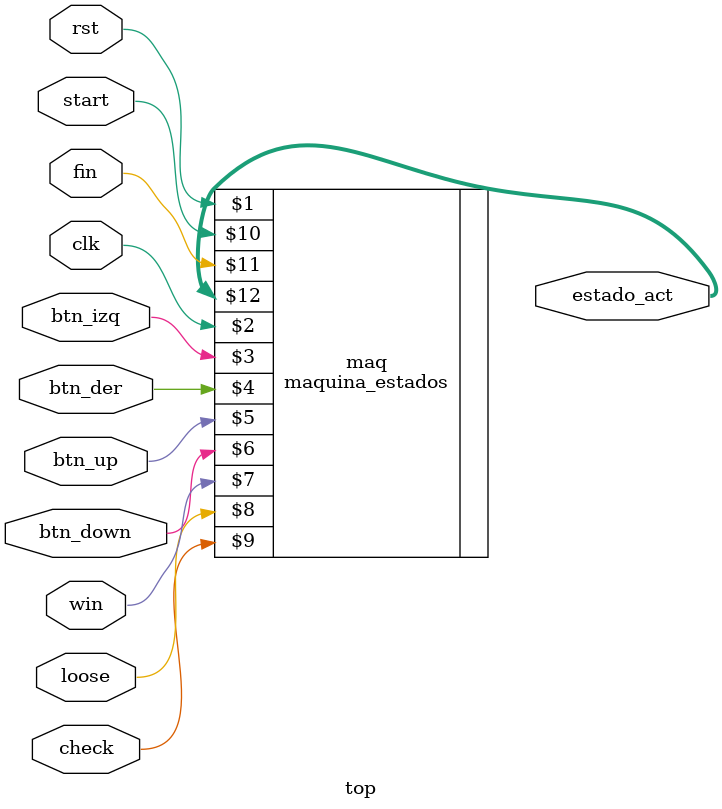
<source format=sv>
module top (
input logic rst,clk, btn_izq,btn_der,btn_up,btn_down,win,loose,check, start, fin,
output logic [3:0] estado_act
);

maquina_estados maq(rst,clk, btn_izq,btn_der,btn_up,btn_down,win,loose,check, start, fin,estado_act);




endmodule
</source>
